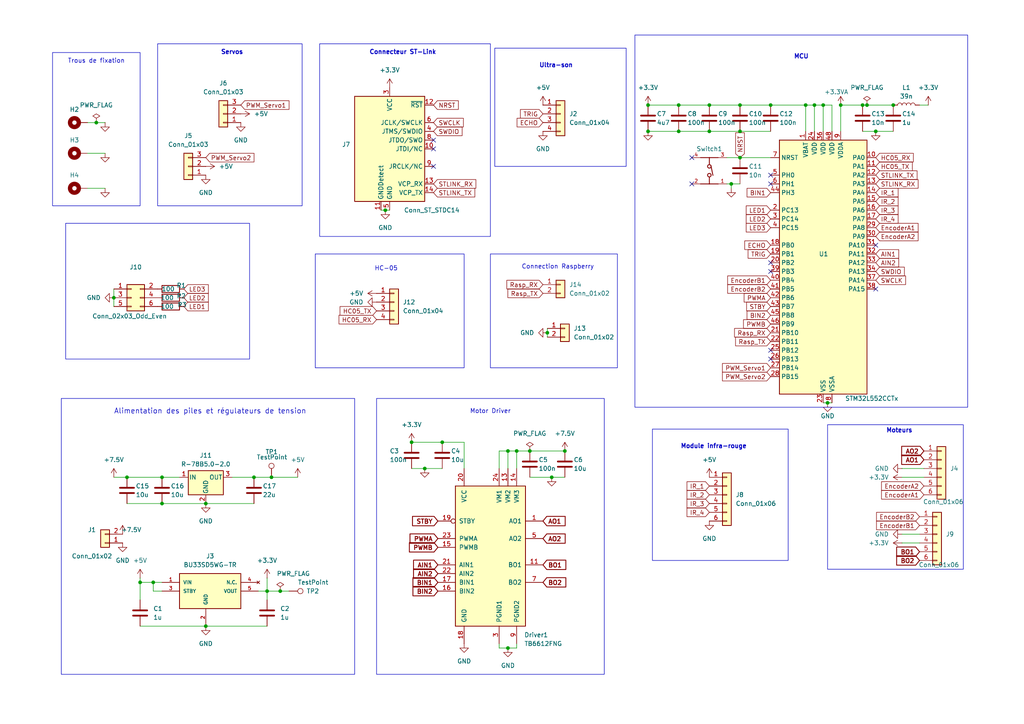
<source format=kicad_sch>
(kicad_sch (version 20250114) (generator "eeschema") (generator_version "9.0")
  (paper "A4")
  (rectangle (start 184.15 10.16) (end 280.67 118.11))
  (rectangle (start 92.71 12.7) (end 142.24 68.58))
  (rectangle (start 143.51 13.97) (end 181.61 48.26))
  (rectangle (start 17.78 115.57) (end 102.87 195.58))
  (rectangle (start 91.44 73.66) (end 134.62 106.68))
  (rectangle (start 189.23 124.46) (end 228.6 162.56))
  (rectangle (start 19.05 64.77) (end 72.39 104.14))
  (rectangle (start 45.72 12.7) (end 87.63 59.69))
  (rectangle (start 15.24 15.24) (end 40.64 59.69))
  (rectangle (start 240.03 123.19) (end 279.4 165.1))
  (rectangle (start 142.24 73.66) (end 179.07 106.68))
  (rectangle (start 109.22 115.57) (end 175.26 195.58))
  (text "Module infra-rouge\n" (at 207.01 129.54 0) (effects (font (size 1.27 1.27) (thickness 0.254) (bold yes))))
  (text "Alimentation des piles et régulateurs de tension" (at 60.96 119.38 0) (effects (font (size 1.5 1.5))))
  (text "Trous de fixation\n" (at 27.94 17.78 0) (effects (font (size 1.27 1.27))))
  (text "Connection Raspberry" (at 161.798 77.47 0) (effects (font (size 1.27 1.27))))
  (text "HC-05" (at 112.014 77.978 0) (effects (font (size 1.27 1.27))))
  (text "Moteurs\n" (at 260.858 124.968 0) (effects (font (size 1.27 1.27) (thickness 0.254) (bold yes))))
  (text "Servos" (at 67.31 15.24 0) (effects (font (size 1.27 1.27) (thickness 0.254) (bold yes))))
  (text "Motor Driver\n" (at 142.24 119.38 0) (effects (font (size 1.27 1.27))))
  (text "MCU\n" (at 232.41 16.51 0) (effects (font (size 1.27 1.27) (thickness 0.254) (bold yes))))
  (text "Ultra-son" (at 161.29 19.05 0) (effects (font (size 1.27 1.27) (thickness 0.254) (bold yes))))
  (text "Connecteur ST-Link\n" (at 116.84 15.24 0) (effects (font (size 1.27 1.27) (thickness 0.254) (bold yes))))
  (junction (at 147.32 130.81))
  (junction (at 240.03 116.84))
  (junction (at 128.27 128.27))
  (junction (at 196.85 38.1))
  (junction (at 214.63 30.48))
  (junction (at 46.99 146.05))
  (junction (at 147.32 187.96))
  (junction (at 44.45 168.91))
  (junction (at 59.69 146.05))
  (junction (at 77.47 171.45))
  (junction (at 214.63 38.1))
  (junction (at 149.86 130.81))
  (junction (at 40.64 168.91))
  (junction (at 36.83 138.43))
  (junction (at 119.38 128.27))
  (junction (at 251.46 30.48))
  (junction (at 259.08 30.48))
  (junction (at 27.94 35.56))
  (junction (at 33.02 86.36))
  (junction (at 212.09 53.34))
  (junction (at 196.85 30.48))
  (junction (at 59.69 181.61))
  (junction (at 46.99 138.43))
  (junction (at 205.74 38.1))
  (junction (at 187.96 30.48))
  (junction (at 78.74 138.43))
  (junction (at 123.19 135.89))
  (junction (at 223.52 30.48))
  (junction (at 160.02 138.43))
  (junction (at 205.74 30.48))
  (junction (at 81.28 171.45))
  (junction (at 187.96 38.1))
  (junction (at 158.75 96.52))
  (junction (at 254 38.1))
  (junction (at 153.67 130.81))
  (junction (at 238.76 30.48))
  (junction (at 73.66 138.43))
  (junction (at 111.76 60.96))
  (junction (at 214.63 45.72))
  (junction (at 250.19 30.48))
  (junction (at 243.84 30.48))
  (junction (at 233.68 30.48))
  (junction (at 236.22 30.48))
  (junction (at 163.83 130.81))
  (no_connect (at 223.52 101.6))
  (no_connect (at 125.73 40.64))
  (no_connect (at 223.52 78.74))
  (no_connect (at 223.52 104.14))
  (no_connect (at 223.52 53.34))
  (no_connect (at 223.52 76.2))
  (no_connect (at 200.66 45.72))
  (no_connect (at 254 71.12))
  (no_connect (at 125.73 43.18))
  (no_connect (at 125.73 48.26))
  (no_connect (at 200.66 53.34))
  (no_connect (at 254 83.82))
  (no_connect (at 223.52 50.8))
  (wire (pts (xy 212.09 54.61) (xy 212.09 53.34)))
  (wire (pts (xy 81.28 171.45) (xy 77.47 171.45)))
  (wire (pts (xy 44.45 168.91) (xy 46.99 168.91)))
  (wire (pts (xy 238.76 30.48) (xy 238.76 38.1)))
  (wire (pts (xy 214.63 30.48) (xy 223.52 30.48)))
  (wire (pts (xy 144.78 130.81) (xy 147.32 130.81)))
  (wire (pts (xy 44.45 171.45) (xy 46.99 171.45)))
  (wire (pts (xy 233.68 30.48) (xy 233.68 38.1)))
  (wire (pts (xy 110.49 60.96) (xy 111.76 60.96)))
  (wire (pts (xy 44.45 168.91) (xy 44.45 171.45)))
  (wire (pts (xy 238.76 116.84) (xy 240.03 116.84)))
  (wire (pts (xy 250.19 30.48) (xy 251.46 30.48)))
  (wire (pts (xy 251.46 30.48) (xy 259.08 30.48)))
  (wire (pts (xy 40.64 167.64) (xy 40.64 168.91)))
  (wire (pts (xy 147.32 130.81) (xy 149.86 130.81)))
  (wire (pts (xy 214.63 38.1) (xy 223.52 38.1)))
  (wire (pts (xy 153.67 138.43) (xy 160.02 138.43)))
  (wire (pts (xy 196.85 38.1) (xy 205.74 38.1)))
  (wire (pts (xy 40.64 181.61) (xy 59.69 181.61)))
  (wire (pts (xy 266.7 30.48) (xy 269.24 30.48)))
  (wire (pts (xy 67.31 138.43) (xy 73.66 138.43)))
  (wire (pts (xy 40.64 168.91) (xy 40.64 173.99)))
  (wire (pts (xy 243.84 30.48) (xy 243.84 38.1)))
  (wire (pts (xy 77.47 171.45) (xy 77.47 173.99)))
  (wire (pts (xy 187.96 38.1) (xy 196.85 38.1)))
  (wire (pts (xy 160.02 138.43) (xy 163.83 138.43)))
  (wire (pts (xy 149.86 130.81) (xy 149.86 135.89)))
  (wire (pts (xy 147.32 130.81) (xy 147.32 135.89)))
  (wire (pts (xy 214.63 53.34) (xy 212.09 53.34)))
  (wire (pts (xy 144.78 130.81) (xy 144.78 135.89)))
  (wire (pts (xy 149.86 130.81) (xy 153.67 130.81)))
  (wire (pts (xy 144.78 187.96) (xy 147.32 187.96)))
  (wire (pts (xy 261.62 138.43) (xy 267.97 138.43)))
  (wire (pts (xy 261.62 154.94) (xy 266.7 154.94)))
  (wire (pts (xy 46.99 146.05) (xy 59.69 146.05)))
  (wire (pts (xy 25.4 44.45) (xy 30.48 44.45)))
  (wire (pts (xy 243.84 30.48) (xy 250.19 30.48)))
  (wire (pts (xy 77.47 167.64) (xy 77.47 171.45)))
  (wire (pts (xy 134.62 128.27) (xy 128.27 128.27)))
  (wire (pts (xy 236.22 30.48) (xy 236.22 38.1)))
  (wire (pts (xy 59.69 181.61) (xy 77.47 181.61)))
  (wire (pts (xy 153.67 130.81) (xy 163.83 130.81)))
  (wire (pts (xy 196.85 30.48) (xy 205.74 30.48)))
  (wire (pts (xy 223.52 45.72) (xy 214.63 45.72)))
  (wire (pts (xy 233.68 30.48) (xy 236.22 30.48)))
  (wire (pts (xy 134.62 128.27) (xy 134.62 135.89)))
  (wire (pts (xy 25.4 35.56) (xy 27.94 35.56)))
  (wire (pts (xy 86.36 138.43) (xy 78.74 138.43)))
  (wire (pts (xy 238.76 30.48) (xy 236.22 30.48)))
  (wire (pts (xy 123.19 135.89) (xy 128.27 135.89)))
  (wire (pts (xy 111.76 60.96) (xy 113.03 60.96)))
  (wire (pts (xy 119.38 135.89) (xy 123.19 135.89)))
  (wire (pts (xy 36.83 138.43) (xy 46.99 138.43)))
  (wire (pts (xy 241.3 30.48) (xy 241.3 38.1)))
  (wire (pts (xy 33.02 86.36) (xy 33.02 88.9)))
  (wire (pts (xy 147.32 187.96) (xy 149.86 187.96)))
  (wire (pts (xy 250.19 38.1) (xy 254 38.1)))
  (wire (pts (xy 149.86 186.69) (xy 149.86 187.96)))
  (wire (pts (xy 261.62 135.89) (xy 267.97 135.89)))
  (wire (pts (xy 40.64 168.91) (xy 44.45 168.91)))
  (wire (pts (xy 240.03 116.84) (xy 241.3 116.84)))
  (wire (pts (xy 144.78 186.69) (xy 144.78 187.96)))
  (wire (pts (xy 158.75 95.25) (xy 158.75 96.52)))
  (wire (pts (xy 205.74 30.48) (xy 214.63 30.48)))
  (wire (pts (xy 158.75 96.52) (xy 158.75 97.79)))
  (wire (pts (xy 59.69 146.05) (xy 73.66 146.05)))
  (wire (pts (xy 74.93 171.45) (xy 77.47 171.45)))
  (wire (pts (xy 33.02 138.43) (xy 36.83 138.43)))
  (wire (pts (xy 261.62 157.48) (xy 266.7 157.48)))
  (wire (pts (xy 119.38 128.27) (xy 128.27 128.27)))
  (wire (pts (xy 205.74 38.1) (xy 214.63 38.1)))
  (wire (pts (xy 223.52 30.48) (xy 233.68 30.48)))
  (wire (pts (xy 210.82 45.72) (xy 214.63 45.72)))
  (wire (pts (xy 33.02 83.82) (xy 33.02 86.36)))
  (wire (pts (xy 25.4 54.61) (xy 30.48 54.61)))
  (wire (pts (xy 238.76 30.48) (xy 241.3 30.48)))
  (wire (pts (xy 36.83 146.05) (xy 46.99 146.05)))
  (wire (pts (xy 27.94 35.56) (xy 30.48 35.56)))
  (wire (pts (xy 83.82 171.45) (xy 81.28 171.45)))
  (wire (pts (xy 46.99 138.43) (xy 52.07 138.43)))
  (wire (pts (xy 254 38.1) (xy 259.08 38.1)))
  (wire (pts (xy 212.09 53.34) (xy 210.82 53.34)))
  (wire (pts (xy 73.66 138.43) (xy 78.74 138.43)))
  (wire (pts (xy 187.96 30.48) (xy 196.85 30.48)))
  (global_label "LED2" (shape input) (at 53.34 86.36 0) (property "Intersheetrefs" "${INTERSHEET_REFS}" (effects (hide yes))))
  (global_label "PWM_Servo1" (shape input) (at 223.52 106.68 180) (property "Intersheetrefs" "${INTERSHEET_REFS}" (effects (hide yes))))
  (global_label "TRIG" (shape input) (at 157.48 33.02 180) (property "Intersheetrefs" "${INTERSHEET_REFS}" (effects (hide yes))))
  (global_label "AO1" (shape input) (at 267.97 133.35 180) (effects (font (thickness 0.254) (bold yes))) (property "Intersheetrefs" "${INTERSHEET_REFS}" (effects (hide yes))))
  (global_label "AIN2" (shape input) (at 254 76.2 0) (property "Intersheetrefs" "${INTERSHEET_REFS}" (effects (hide yes))))
  (global_label "BO1" (shape input) (at 266.7 160.02 180) (effects (font (thickness 0.254) (bold yes))) (property "Intersheetrefs" "${INTERSHEET_REFS}" (effects (hide yes))))
  (global_label "LED1" (shape input) (at 53.34 88.9 0) (property "Intersheetrefs" "${INTERSHEET_REFS}" (effects (hide yes))))
  (global_label "NRST" (shape input) (at 214.63 45.72 90) (property "Intersheetrefs" "${INTERSHEET_REFS}" (effects (hide yes))))
  (global_label "SWDIO" (shape input) (at 125.73 38.1 0) (property "Intersheetrefs" "${INTERSHEET_REFS}" (effects (hide yes))))
  (global_label "BO1" (shape input) (at 157.48 163.83 0) (effects (font (thickness 0.254) (bold yes))) (property "Intersheetrefs" "${INTERSHEET_REFS}" (effects (hide yes))))
  (global_label "EncoderB2" (shape input) (at 266.7 149.86 180) (property "Intersheetrefs" "${INTERSHEET_REFS}" (effects (hide yes))))
  (global_label "LED3" (shape input) (at 53.34 83.82 0) (property "Intersheetrefs" "${INTERSHEET_REFS}" (effects (hide yes))))
  (global_label "EncoderA1" (shape input) (at 254 66.04 0) (property "Intersheetrefs" "${INTERSHEET_REFS}" (effects (hide yes))))
  (global_label "EncoderA2" (shape input) (at 254 68.58 0) (property "Intersheetrefs" "${INTERSHEET_REFS}" (effects (hide yes))))
  (global_label "BO2" (shape input) (at 266.7 162.56 180) (effects (font (thickness 0.254) (bold yes))) (property "Intersheetrefs" "${INTERSHEET_REFS}" (effects (hide yes))))
  (global_label "LED2" (shape input) (at 223.52 63.5 180) (property "Intersheetrefs" "${INTERSHEET_REFS}" (effects (hide yes))))
  (global_label "AIN2" (shape input) (at 127 166.37 180) (effects (font (thickness 0.254) (bold yes))) (property "Intersheetrefs" "${INTERSHEET_REFS}" (effects (hide yes))))
  (global_label "Rasp_TX" (shape input) (at 157.48 85.09 180) (property "Intersheetrefs" "${INTERSHEET_REFS}" (effects (hide yes))))
  (global_label "HC05_RX" (shape input) (at 254 45.72 0) (property "Intersheetrefs" "${INTERSHEET_REFS}" (effects (hide yes))))
  (global_label "BIN2" (shape input) (at 223.52 91.44 180) (property "Intersheetrefs" "${INTERSHEET_REFS}" (effects (hide yes))))
  (global_label "EncoderB2" (shape input) (at 223.52 83.82 180) (property "Intersheetrefs" "${INTERSHEET_REFS}" (effects (hide yes))))
  (global_label "BO2" (shape input) (at 157.48 168.91 0) (effects (font (thickness 0.254) (bold yes))) (property "Intersheetrefs" "${INTERSHEET_REFS}" (effects (hide yes))))
  (global_label "Rasp_TX" (shape input) (at 223.52 99.06 180) (property "Intersheetrefs" "${INTERSHEET_REFS}" (effects (hide yes))))
  (global_label "IR_3" (shape input) (at 205.74 146.05 180) (property "Intersheetrefs" "${INTERSHEET_REFS}" (effects (hide yes))))
  (global_label "IR_4" (shape input) (at 254 63.5 0) (property "Intersheetrefs" "${INTERSHEET_REFS}" (effects (hide yes))))
  (global_label "Rasp_RX" (shape input) (at 223.52 96.52 180) (property "Intersheetrefs" "${INTERSHEET_REFS}" (effects (hide yes))))
  (global_label "PWMB" (shape input) (at 223.52 93.98 180) (property "Intersheetrefs" "${INTERSHEET_REFS}" (effects (hide yes))))
  (global_label "AIN1" (shape input) (at 254 73.66 0) (property "Intersheetrefs" "${INTERSHEET_REFS}" (effects (hide yes))))
  (global_label "HC05_RX" (shape input) (at 109.22 92.71 180) (property "Intersheetrefs" "${INTERSHEET_REFS}" (effects (hide yes))))
  (global_label "AO1" (shape input) (at 157.48 151.13 0) (effects (font (thickness 0.254) (bold yes))) (property "Intersheetrefs" "${INTERSHEET_REFS}" (effects (hide yes))))
  (global_label "STLINK_RX" (shape input) (at 254 53.34 0) (property "Intersheetrefs" "${INTERSHEET_REFS}" (effects (hide yes))))
  (global_label "IR_2" (shape input) (at 205.74 143.51 180) (property "Intersheetrefs" "${INTERSHEET_REFS}" (effects (hide yes))))
  (global_label "PWM_Servo2" (shape input) (at 223.52 109.22 180) (property "Intersheetrefs" "${INTERSHEET_REFS}" (effects (hide yes))))
  (global_label "SWDIO" (shape input) (at 254 78.74 0) (property "Intersheetrefs" "${INTERSHEET_REFS}" (effects (hide yes))))
  (global_label "LED3" (shape input) (at 223.52 66.04 180) (property "Intersheetrefs" "${INTERSHEET_REFS}" (effects (hide yes))))
  (global_label "AO2" (shape input) (at 267.97 130.81 180) (effects (font (thickness 0.254) (bold yes))) (property "Intersheetrefs" "${INTERSHEET_REFS}" (effects (hide yes))))
  (global_label "HC05_TX" (shape input) (at 254 48.26 0) (property "Intersheetrefs" "${INTERSHEET_REFS}" (effects (hide yes))))
  (global_label "PWMA" (shape input) (at 127 156.21 180) (effects (font (thickness 0.254) (bold yes))) (property "Intersheetrefs" "${INTERSHEET_REFS}" (effects (hide yes))))
  (global_label "EncoderB1" (shape input) (at 223.52 81.28 180) (property "Intersheetrefs" "${INTERSHEET_REFS}" (effects (hide yes))))
  (global_label "NRST" (shape input) (at 125.73 30.48 0) (effects (font (thickness 0.1588))) (property "Intersheetrefs" "${INTERSHEET_REFS}" (effects (hide yes))))
  (global_label "EncoderA2" (shape input) (at 267.97 140.97 180) (property "Intersheetrefs" "${INTERSHEET_REFS}" (effects (hide yes))))
  (global_label "EncoderB1" (shape input) (at 266.7 152.4 180) (property "Intersheetrefs" "${INTERSHEET_REFS}" (effects (hide yes))))
  (global_label "SWCLK" (shape input) (at 125.73 35.56 0) (property "Intersheetrefs" "${INTERSHEET_REFS}" (effects (hide yes))))
  (global_label "PWMA" (shape input) (at 223.52 86.36 180) (property "Intersheetrefs" "${INTERSHEET_REFS}" (effects (hide yes))))
  (global_label "IR_4" (shape input) (at 205.74 148.59 180) (property "Intersheetrefs" "${INTERSHEET_REFS}" (effects (hide yes))))
  (global_label "AIN1" (shape input) (at 127 163.83 180) (effects (font (thickness 0.254) (bold yes))) (property "Intersheetrefs" "${INTERSHEET_REFS}" (effects (hide yes))))
  (global_label "IR_1" (shape input) (at 254 55.88 0) (property "Intersheetrefs" "${INTERSHEET_REFS}" (effects (hide yes))))
  (global_label "STBY" (shape input) (at 127 151.13 180) (effects (font (thickness 0.254) (bold yes))) (property "Intersheetrefs" "${INTERSHEET_REFS}" (effects (hide yes))))
  (global_label "STBY" (shape input) (at 223.52 88.9 180) (property "Intersheetrefs" "${INTERSHEET_REFS}" (effects (hide yes))))
  (global_label "LED1" (shape input) (at 223.52 60.96 180) (property "Intersheetrefs" "${INTERSHEET_REFS}" (effects (hide yes))))
  (global_label "IR_2" (shape input) (at 254 58.42 0) (property "Intersheetrefs" "${INTERSHEET_REFS}" (effects (hide yes))))
  (global_label "ECHO" (shape input) (at 157.48 35.56 180) (property "Intersheetrefs" "${INTERSHEET_REFS}" (effects (hide yes))))
  (global_label "BIN2" (shape input) (at 127 171.45 180) (effects (font (thickness 0.254) (bold yes))) (property "Intersheetrefs" "${INTERSHEET_REFS}" (effects (hide yes))))
  (global_label "PWM_Servo2" (shape input) (at 59.69 45.72 0) (property "Intersheetrefs" "${INTERSHEET_REFS}" (effects (hide yes))))
  (global_label "ECHO" (shape input) (at 223.52 71.12 180) (property "Intersheetrefs" "${INTERSHEET_REFS}" (effects (hide yes))))
  (global_label "BIN1" (shape input) (at 127 168.91 180) (effects (font (thickness 0.254) (bold yes))) (property "Intersheetrefs" "${INTERSHEET_REFS}" (effects (hide yes))))
  (global_label "SWCLK" (shape input) (at 254 81.28 0) (property "Intersheetrefs" "${INTERSHEET_REFS}" (effects (hide yes))))
  (global_label "PWMB" (shape input) (at 127 158.75 180) (effects (font (thickness 0.254) (bold yes))) (property "Intersheetrefs" "${INTERSHEET_REFS}" (effects (hide yes))))
  (global_label "AO2" (shape input) (at 157.48 156.21 0) (effects (font (thickness 0.254) (bold yes))) (property "Intersheetrefs" "${INTERSHEET_REFS}" (effects (hide yes))))
  (global_label "IR_3" (shape input) (at 254 60.96 0) (property "Intersheetrefs" "${INTERSHEET_REFS}" (effects (hide yes))))
  (global_label "PWM_Servo1" (shape input) (at 69.85 30.48 0) (property "Intersheetrefs" "${INTERSHEET_REFS}" (effects (hide yes))))
  (global_label "IR_1" (shape input) (at 205.74 140.97 180) (property "Intersheetrefs" "${INTERSHEET_REFS}" (effects (hide yes))))
  (global_label "BIN1" (shape input) (at 223.52 55.88 180) (property "Intersheetrefs" "${INTERSHEET_REFS}" (effects (hide yes))))
  (global_label "HC05_TX" (shape input) (at 109.22 90.17 180) (property "Intersheetrefs" "${INTERSHEET_REFS}" (effects (hide yes))))
  (global_label "TRIG" (shape input) (at 223.52 73.66 180) (property "Intersheetrefs" "${INTERSHEET_REFS}" (effects (hide yes))))
  (global_label "Rasp_RX" (shape input) (at 157.48 82.55 180) (property "Intersheetrefs" "${INTERSHEET_REFS}" (effects (hide yes))))
  (global_label "EncoderA1" (shape input) (at 267.97 143.51 180) (property "Intersheetrefs" "${INTERSHEET_REFS}" (effects (hide yes))))
  (global_label "STLINK_RX" (shape input) (at 125.73 53.34 0) (property "Intersheetrefs" "${INTERSHEET_REFS}" (effects (hide yes))))
  (global_label "STLINK_TX" (shape input) (at 125.73 55.88 0) (property "Intersheetrefs" "${INTERSHEET_REFS}" (effects (hide yes))))
  (global_label "STLINK_TX" (shape input) (at 254 50.8 0) (property "Intersheetrefs" "${INTERSHEET_REFS}" (effects (hide yes))))
  (symbol (lib_id "power:GND") (at 35.56 157.48 0) (unit 1)
    (property "Reference" "#PWR07" (effects (hide yes)))
    (property "Value" "GND" (at 35.56 162.56 0))
    (property "Description" "Power symbol creates a global label with name \"GND\" , ground" (effects (hide yes)))
  )
  (symbol (lib_id "Device:L") (at 262.89 30.48 90) (unit 1)
    (property "Reference" "L1" (at 262.89 25.4 90))
    (property "Value" "39n" (at 262.89 27.94 90))
    (property "Footprint" "Inductor_SMD:L_0603_1608Metric" (effects (hide yes)))
    (property "Description" "Inductor" (effects (hide yes)))
  )
  (symbol (lib_id "power:GND") (at 205.74 151.13 0) (unit 1)
    (property "Reference" "#PWR029" (effects (hide yes)))
    (property "Value" "GND" (at 205.74 156.21 0))
    (property "Description" "Power symbol creates a global label with name \"GND\" , ground" (effects (hide yes)))
  )
  (symbol (lib_id "Device:C") (at 153.67 134.62 0) (unit 1)
    (property "Reference" "C5" (at 156.21 133.35 0) (effects (justify left)))
    (property "Value" "100n" (at 156.21 135.89 0) (effects (justify left)))
    (property "Footprint" "Capacitor_SMD:C_0402_1005Metric" (effects (hide yes)))
    (property "Description" "Unpolarized capacitor" (effects (hide yes)))
  )
  (symbol (lib_name "MountingHole_Pad_2") (lib_id "Mechanical:MountingHole_Pad") (at 22.86 54.61 90) (unit 1) (exclude_from_sim yes) (in_bom no)
    (property "Reference" "H4" (at 21.59 50.8 90))
    (property "Value" "MountingHole_Pad" (effects (hide yes)))
    (property "Footprint" "MountingHole:MountingHole_2.7mm_M2.5_Pad" (effects (hide yes)))
    (property "Description" "Mounting Hole with connection" (effects (hide yes)))
  )
  (symbol (lib_id "Connector_Generic:Conn_01x06") (at 210.82 143.51 0) (unit 1)
    (property "Reference" "J8" (at 213.36 143.5099 0) (effects (justify left)))
    (property "Value" "Conn_01x06" (at 213.36 146.0499 0) (effects (justify left)))
    (property "Footprint" "Connector_JST:JST_XH_S6B-XH-A-1_1x06_P2.50mm_Horizontal" (effects (hide yes)))
    (property "Description" "Generic connector, single row, 01x06, script generated (kicad-library-utils/schlib/autogen/connector/)" (effects (hide yes)))
  )
  (symbol (lib_id "Device:C") (at 205.74 34.29 0) (unit 1)
    (property "Reference" "C9" (at 208.28 33.02 0) (effects (justify left)))
    (property "Value" "100n" (at 208.28 35.56 0) (effects (justify left)))
    (property "Footprint" "Capacitor_SMD:C_0402_1005Metric" (effects (hide yes)))
    (property "Description" "Unpolarized capacitor" (effects (hide yes)))
  )
  (symbol (lib_id "Device:C") (at 119.38 132.08 0) (unit 1)
    (property "Reference" "C3" (at 113.03 130.81 0) (effects (justify left)))
    (property "Value" "100n" (at 113.03 133.35 0) (effects (justify left)))
    (property "Footprint" "Capacitor_SMD:C_0402_1005Metric" (effects (hide yes)))
    (property "Description" "Unpolarized capacitor" (effects (hide yes)))
  )
  (symbol (lib_id "Device:C") (at 46.99 142.24 0) (unit 1)
    (property "Reference" "C16" (at 49.53 140.97 0) (effects (justify left)))
    (property "Value" "10u" (at 49.53 143.51 0) (effects (justify left)))
    (property "Footprint" "Capacitor_SMD:C_0603_1608Metric" (effects (hide yes)))
    (property "Description" "Unpolarized capacitor" (effects (hide yes)))
  )
  (symbol (lib_id "power:+7.5V") (at 35.56 154.94 0) (unit 1)
    (property "Reference" "#PWR06" (effects (hide yes)))
    (property "Value" "+7.5V" (at 38.1 153.67 0))
    (property "Description" "Power symbol creates a global label with name \"+7.5V\"" (effects (hide yes)))
  )
  (symbol (lib_id "Device:C") (at 36.83 142.24 0) (unit 1)
    (property "Reference" "C15" (at 39.37 140.97 0) (effects (justify left)))
    (property "Value" "10u" (at 39.37 143.51 0) (effects (justify left)))
    (property "Footprint" "Capacitor_SMD:C_0603_1608Metric" (effects (hide yes)))
    (property "Description" "Unpolarized capacitor" (effects (hide yes)))
  )
  (symbol (lib_id "Connector:Conn_ST_STDC14") (at 113.03 43.18 0) (unit 1)
    (property "Reference" "J7" (at 101.6 41.9099 0) (effects (justify right)))
    (property "Value" "Conn_ST_STDC14" (at 133.35 60.96 0) (effects (justify right)))
    (property "Footprint" "Connector_PinHeader_1.27mm:PinHeader_2x07_P1.27mm_Vertical_SMD" (effects (hide yes)))
    (property "Datasheet" "https://www.st.com/content/ccc/resource/technical/document/user_manual/group1/99/49/91/b6/b2/3a/46/e5/DM00526767/files/DM00526767.pdf/jcr:content/translations/en.DM00526767.pdf" (effects (hide yes)))
    (property "Description" "ST Debug Connector, standard ARM Cortex-M SWD and JTAG interface plus UART" (effects (hide yes)))
  )
  (symbol (lib_id "power:+7.5V") (at 163.83 130.81 0) (unit 1)
    (property "Reference" "#PWR025" (effects (hide yes)))
    (property "Value" "+7.5V" (at 163.83 125.73 0))
    (property "Description" "Power symbol creates a global label with name \"+7.5V\"" (effects (hide yes)))
  )
  (symbol (lib_id "Device:C") (at 73.66 142.24 0) (unit 1)
    (property "Reference" "C17" (at 76.2 140.97 0) (effects (justify left)))
    (property "Value" "22u" (at 76.2 143.51 0) (effects (justify left)))
    (property "Footprint" "Capacitor_SMD:C_0805_2012Metric" (effects (hide yes)))
    (property "Description" "Unpolarized capacitor" (effects (hide yes)))
  )
  (symbol (lib_id "power:PWR_FLAG") (at 153.67 130.81 0) (unit 1)
    (property "Reference" "#FLG03" (effects (hide yes)))
    (property "Value" "PWR_FLAG" (at 153.67 125.73 0))
    (property "Description" "Special symbol for telling ERC where power comes from" (effects (hide yes)))
  )
  (symbol (lib_name "MountingHole_Pad_2") (lib_id "Mechanical:MountingHole_Pad") (at 22.86 44.45 90) (unit 1) (exclude_from_sim yes) (in_bom no)
    (property "Reference" "H3" (at 21.59 40.64 90))
    (property "Value" "MountingHole_Pad" (effects (hide yes)))
    (property "Footprint" "MountingHole:MountingHole_2.7mm_M2.5_Pad" (effects (hide yes)))
    (property "Description" "Mounting Hole with connection" (effects (hide yes)))
  )
  (symbol (lib_id "power:PWR_FLAG") (at 81.28 171.45 0) (unit 1)
    (property "Reference" "#FLG02" (effects (hide yes)))
    (property "Value" "PWR_FLAG" (at 85.09 166.37 0))
    (property "Description" "Special symbol for telling ERC where power comes from" (effects (hide yes)))
  )
  (symbol (lib_id "Device:C") (at 250.19 34.29 0) (unit 1)
    (property "Reference" "C13" (at 252.73 33.02 0) (effects (justify left)))
    (property "Value" "10n" (at 252.73 35.56 0) (effects (justify left)))
    (property "Footprint" "Capacitor_SMD:C_0402_1005Metric" (effects (hide yes)))
    (property "Description" "Unpolarized capacitor" (effects (hide yes)))
  )
  (symbol (lib_id "power:+5V") (at 40.64 167.64 0) (unit 1)
    (property "Reference" "#PWR08" (effects (hide yes)))
    (property "Value" "+5V" (at 40.64 162.56 0))
    (property "Description" "Power symbol creates a global label with name \"+5V\"" (effects (hide yes)))
  )
  (symbol (lib_id "boutonSMD_wurth430471025826:430471025826") (at 205.74 48.26 180) (unit 1)
    (property "Reference" "Switch1" (at 205.74 43.18 0))
    (property "Value" "430471025826" (effects (hide yes)))
    (property "Footprint" "bouton_Wurth_SMD:430471025826" (effects (hide yes)))
    (property "MF" "Würth Elektronik" (effects (hide yes)))
    (property "Description_1" "\n                        \n                            Tactile Switch SPST-NO Top Actuated Surface Mount\n                        \n" (effects (hide yes)))
    (property "Package" "None" (effects (hide yes)))
    (property "Price" "None" (effects (hide yes)))
    (property "VALUE" "430471025826" (effects (hide yes)))
    (property "HEIGHT" "2.5mm" (effects (hide yes)))
    (property "SnapEDA_Link" "https://www.snapeda.com/parts/430471025826/W%25C3%25BCrth+Elektronik+Midcom/view-part/?ref=snap" (effects (hide yes)))
    (property "DATASHEET-URL" "https://www.we-online.com/redexpert/spec/430471025826?ae" (effects (hide yes)))
    (property "MP" "430471025826" (effects (hide yes)))
    (property "PART-NUMBER" "430471025826" (effects (hide yes)))
    (property "OPERATION-FORCE" "260g" (effects (hide yes)))
    (property "QTY" "2000" (effects (hide yes)))
    (property "Availability" "In Stock" (effects (hide yes)))
    (property "Check_prices" "https://www.snapeda.com/parts/430471025826/W%25C3%25BCrth+Elektronik+Midcom/view-part/?ref=eda" (effects (hide yes)))
  )
  (symbol (lib_id "Device:R") (at 49.53 86.36 90) (unit 1)
    (property "Reference" "R2" (at 52.578 85.852 90))
    (property "Value" "100" (at 48.514 86.36 90))
    (property "Footprint" "Resistor_SMD:R_0603_1608Metric" (effects (hide yes)))
    (property "Description" "Resistor" (effects (hide yes)))
  )
  (symbol (lib_id "Connector_Generic:Conn_01x06") (at 271.78 154.94 0) (unit 1)
    (property "Reference" "J9" (at 274.32 154.9399 0) (effects (justify left)))
    (property "Value" "Conn_01x06" (at 266.446 163.83 0) (effects (justify left)))
    (property "Footprint" "Connector_JST:JST_XH_B6B-XH-A_1x06_P2.50mm_Vertical" (effects (hide yes)))
    (property "Description" "Generic connector, single row, 01x06, script generated (kicad-library-utils/schlib/autogen/connector/)" (effects (hide yes)))
  )
  (symbol (lib_id "Connector:TestPoint") (at 78.74 138.43 0) (unit 1)
    (property "Reference" "TP1" (at 76.962 131.064 0) (effects (justify left)))
    (property "Value" "TestPoint" (at 74.422 132.588 0) (effects (justify left)))
    (property "Footprint" "TestPoint:TestPoint_Pad_D2.0mm" (effects (hide yes)))
    (property "Description" "test point" (effects (hide yes)))
  )
  (symbol (lib_id "power:GND") (at 158.75 96.52 270) (unit 1)
    (property "Reference" "#PWR048" (effects (hide yes)))
    (property "Value" "GND" (at 154.94 96.5199 90) (effects (justify right)))
    (property "Description" "Power symbol creates a global label with name \"GND\" , ground" (effects (hide yes)))
  )
  (symbol (lib_id "power:GND") (at 261.62 154.94 270) (unit 1)
    (property "Reference" "#PWR015" (effects (hide yes)))
    (property "Value" "GND" (at 257.81 154.9399 90) (effects (justify right)))
    (property "Description" "Power symbol creates a global label with name \"GND\" , ground" (effects (hide yes)))
  )
  (symbol (lib_id "Device:R") (at 49.53 83.82 90) (unit 1)
    (property "Reference" "R1" (at 52.578 82.804 90))
    (property "Value" "100" (at 48.768 83.82 90))
    (property "Footprint" "Resistor_SMD:R_0603_1608Metric" (effects (hide yes)))
    (property "Description" "Resistor" (effects (hide yes)))
  )
  (symbol (lib_id "power:GND") (at 254 38.1 0) (unit 1)
    (property "Reference" "#PWR033" (effects (hide yes)))
    (property "Value" "GND" (effects (hide yes)))
    (property "Description" "Power symbol creates a global label with name \"GND\" , ground" (effects (hide yes)))
  )
  (symbol (lib_id "power:+5V") (at 157.48 30.48 0) (unit 1)
    (property "Reference" "#PWR04" (effects (hide yes)))
    (property "Value" "+5V" (at 157.48 25.4 0))
    (property "Description" "Power symbol creates a global label with name \"+5V\"" (effects (hide yes)))
  )
  (symbol (lib_id "Connector:TestPoint") (at 83.82 171.45 270) (unit 1)
    (property "Reference" "TP2" (at 88.9 171.45 90) (effects (justify left)))
    (property "Value" "TestPoint" (at 86.36 168.91 90) (effects (justify left)))
    (property "Footprint" "TestPoint:TestPoint_Pad_D2.0mm" (effects (hide yes)))
    (property "Description" "test point" (effects (hide yes)))
  )
  (symbol (lib_id "power:GND") (at 187.96 38.1 0) (unit 1)
    (property "Reference" "#PWR027" (effects (hide yes)))
    (property "Value" "GND" (effects (hide yes)))
    (property "Description" "Power symbol creates a global label with name \"GND\" , ground" (effects (hide yes)))
  )
  (symbol (lib_id "Connector_Generic:Conn_01x04") (at 162.56 33.02 0) (unit 1)
    (property "Reference" "J2" (at 165.1 33.0199 0) (effects (justify left)))
    (property "Value" "Conn_01x04" (at 165.1 35.5599 0) (effects (justify left)))
    (property "Footprint" "Connector_JST:JST_PH_B4B-PH-K_1x04_P2.00mm_Vertical" (effects (hide yes)))
    (property "Description" "Generic connector, single row, 01x04, script generated (kicad-library-utils/schlib/autogen/connector/)" (effects (hide yes)))
  )
  (symbol (lib_id "power:GND") (at 30.48 35.56 0) (unit 1)
    (property "Reference" "#PWR02" (effects (hide yes)))
    (property "Value" "GND" (effects (hide yes)))
    (property "Description" "Power symbol creates a global label with name \"GND\" , ground" (effects (hide yes)))
  )
  (symbol (lib_id "Device:C") (at 128.27 132.08 0) (unit 1)
    (property "Reference" "C4" (at 130.81 130.81 0) (effects (justify left)))
    (property "Value" "10u" (at 130.81 133.35 0) (effects (justify left)))
    (property "Footprint" "Capacitor_SMD:C_0603_1608Metric" (effects (hide yes)))
    (property "Description" "Unpolarized capacitor" (effects (hide yes)))
  )
  (symbol (lib_id "Connector_Generic:Conn_01x03") (at 54.61 48.26 180) (unit 1)
    (property "Reference" "J5" (at 54.61 39.37 0))
    (property "Value" "Conn_01x03" (at 54.61 41.91 0))
    (property "Footprint" "Connector_JST:JST_XH_B3B-XH-A_1x03_P2.50mm_Vertical" (effects (hide yes)))
    (property "Description" "Generic connector, single row, 01x03, script generated (kicad-library-utils/schlib/autogen/connector/)" (effects (hide yes)))
  )
  (symbol (lib_id "Driver_Motor:TB6612FNG") (at 142.24 161.29 0) (unit 1)
    (property "Reference" "Driver1" (at 152.0541 184.15 0) (effects (justify left)))
    (property "Value" "TB6612FNG" (at 152.0541 186.69 0) (effects (justify left)))
    (property "Footprint" "Package_SO:SSOP-24_5.3x8.2mm_P0.65mm" (effects (hide yes)))
    (property "Datasheet" "https://toshiba.semicon-storage.com/us/product/linear/motordriver/detail.TB6612FNG.html" (effects (hide yes)))
    (property "Description" "Driver IC for Dual DC motor, SSOP-24" (effects (hide yes)))
  )
  (symbol (lib_id "power:PWR_FLAG") (at 251.46 30.48 0) (unit 1)
    (property "Reference" "#FLG04" (effects (hide yes)))
    (property "Value" "PWR_FLAG" (at 251.46 25.4 0))
    (property "Description" "Special symbol for telling ERC where power comes from" (effects (hide yes)))
  )
  (symbol (lib_id "power:GND") (at 123.19 135.89 0) (unit 1)
    (property "Reference" "#PWR019" (effects (hide yes)))
    (property "Value" "GND" (effects (hide yes)))
    (property "Description" "Power symbol creates a global label with name \"GND\" , ground" (effects (hide yes)))
  )
  (symbol (lib_id "power:+5V") (at 59.69 48.26 270) (unit 1)
    (property "Reference" "#PWR013" (effects (hide yes)))
    (property "Value" "+5V" (at 63.5 48.2599 90) (effects (justify left)))
    (property "Description" "Power symbol creates a global label with name \"+5V\"" (effects (hide yes)))
  )
  (symbol (lib_id "Device:C") (at 214.63 34.29 0) (unit 1)
    (property "Reference" "C10" (at 217.17 33.02 0) (effects (justify left)))
    (property "Value" "100n" (at 217.17 35.56 0) (effects (justify left)))
    (property "Footprint" "Capacitor_SMD:C_0402_1005Metric" (effects (hide yes)))
    (property "Description" "Unpolarized capacitor" (effects (hide yes)))
  )
  (symbol (lib_id "power:+3.3VA") (at 243.84 30.48 0) (unit 1)
    (property "Reference" "#PWR032" (effects (hide yes)))
    (property "Value" "+3.3VA" (at 242.57 26.67 0))
    (property "Description" "Power symbol creates a global label with name \"+3.3VA\"" (effects (hide yes)))
  )
  (symbol (lib_id "power:PWR_FLAG") (at 27.94 35.56 0) (unit 1)
    (property "Reference" "#FLG05" (effects (hide yes)))
    (property "Value" "PWR_FLAG" (at 27.94 30.48 0))
    (property "Description" "Special symbol for telling ERC where power comes from" (effects (hide yes)))
  )
  (symbol (lib_id "Connector_Generic:Conn_02x03_Odd_Even") (at 38.1 86.36 0) (unit 1)
    (property "Reference" "J10" (at 39.37 77.47 0))
    (property "Value" "Conn_02x03_Odd_Even" (at 37.592 91.694 0))
    (property "Footprint" "Connector_PinSocket_2.54mm:PinSocket_2x03_P2.54mm_Vertical" (effects (hide yes)))
    (property "Description" "Generic connector, double row, 02x03, odd/even pin numbering scheme (row 1 odd numbers, row 2 even numbers), script generated (kicad-library-utils/schlib/autogen/connector/)" (effects (hide yes)))
  )
  (symbol (lib_id "power:GND") (at 69.85 35.56 0) (unit 1)
    (property "Reference" "#PWR017" (effects (hide yes)))
    (property "Value" "GND" (at 69.85 40.64 0))
    (property "Description" "Power symbol creates a global label with name \"GND\" , ground" (effects (hide yes)))
  )
  (symbol (lib_id "power:+3.3V") (at 261.62 157.48 90) (unit 1)
    (property "Reference" "#PWR011" (effects (hide yes)))
    (property "Value" "+3.3V" (at 257.81 157.4799 90) (effects (justify left)))
    (property "Description" "Power symbol creates a global label with name \"+3.3V\"" (effects (hide yes)))
  )
  (symbol (lib_name "GND_3") (lib_id "power:GND") (at 59.69 146.05 0) (unit 1)
    (property "Reference" "#PWR039" (effects (hide yes)))
    (property "Value" "GND" (at 59.69 151.13 0))
    (property "Description" "Power symbol creates a global label with name \"GND\" , ground" (effects (hide yes)))
  )
  (symbol (lib_id "power:+3.3V") (at 119.38 128.27 0) (unit 1)
    (property "Reference" "#PWR018" (effects (hide yes)))
    (property "Value" "+3.3V" (at 119.38 123.19 0))
    (property "Description" "Power symbol creates a global label with name \"+3.3V\"" (effects (hide yes)))
  )
  (symbol (lib_id "Regulator_Switching:R-78B5.0-2.0") (at 59.69 138.43 0) (unit 1)
    (property "Reference" "J11" (at 59.69 132.08 0))
    (property "Value" "R-78B5.0-2.0" (at 59.69 134.62 0))
    (property "Footprint" "Converter_DCDC:Converter_DCDC_RECOM_R-78B-2.0_THT" (effects (hide yes)))
    (property "Datasheet" "https://www.recom-power.com/pdf/Innoline/R-78Bxx-2.0.pdf" (effects (hide yes)))
    (property "Description" "2A Step-Down DC/DC-Regulator, 6.5-32V input, 5.0V fixed Output Voltage, LM78xx replacement, -40°C to +85°C, SIP3" (effects (hide yes)))
  )
  (symbol (lib_id "power:GND") (at 261.62 135.89 270) (unit 1)
    (property "Reference" "#PWR042" (effects (hide yes)))
    (property "Value" "GND" (at 257.81 135.8899 90) (effects (justify right)))
    (property "Description" "Power symbol creates a global label with name \"GND\" , ground" (effects (hide yes)))
  )
  (symbol (lib_id "power:+5V") (at 109.22 85.09 90) (unit 1)
    (property "Reference" "#PWR046" (effects (hide yes)))
    (property "Value" "+5V" (at 105.41 85.0899 90) (effects (justify left)))
    (property "Description" "Power symbol creates a global label with name \"+5V\"" (effects (hide yes)))
  )
  (symbol (lib_id "Device:C") (at 77.47 177.8 0) (unit 1)
    (property "Reference" "C2" (at 81.28 176.5299 0) (effects (justify left)))
    (property "Value" "1u" (at 81.28 179.0699 0) (effects (justify left)))
    (property "Footprint" "Capacitor_SMD:C_0603_1608Metric_Pad1.08x0.95mm_HandSolder" (effects (hide yes)))
    (property "Description" "Unpolarized capacitor" (effects (hide yes)))
  )
  (symbol (lib_id "power:GND") (at 59.69 181.61 0) (unit 1)
    (property "Reference" "#PWR09" (effects (hide yes)))
    (property "Value" "GND" (at 59.69 186.69 0))
    (property "Description" "Power symbol creates a global label with name \"GND\" , ground" (effects (hide yes)))
  )
  (symbol (lib_id "Device:C") (at 196.85 34.29 0) (unit 1)
    (property "Reference" "C8" (at 199.39 33.02 0) (effects (justify left)))
    (property "Value" "100n" (at 199.39 35.56 0) (effects (justify left)))
    (property "Footprint" "Capacitor_SMD:C_0402_1005Metric" (effects (hide yes)))
    (property "Description" "Unpolarized capacitor" (effects (hide yes)))
  )
  (symbol (lib_id "Connector_Generic:Conn_01x04") (at 114.3 87.63 0) (unit 1)
    (property "Reference" "J12" (at 116.84 87.6299 0) (effects (justify left)))
    (property "Value" "Conn_01x04" (at 116.84 90.1699 0) (effects (justify left)))
    (property "Footprint" "Connector_PinHeader_2.54mm:PinHeader_1x04_P2.54mm_Vertical" (effects (hide yes)))
    (property "Description" "Generic connector, single row, 01x04, script generated (kicad-library-utils/schlib/autogen/connector/)" (effects (hide yes)))
  )
  (symbol (lib_id "Connector_Generic:Conn_01x06") (at 273.05 135.89 0) (unit 1)
    (property "Reference" "J4" (at 275.59 135.8899 0) (effects (justify left)))
    (property "Value" "Conn_01x06" (at 267.716 145.542 0) (effects (justify left)))
    (property "Footprint" "Connector_JST:JST_XH_B6B-XH-A_1x06_P2.50mm_Vertical" (effects (hide yes)))
    (property "Description" "Generic connector, single row, 01x06, script generated (kicad-library-utils/schlib/autogen/connector/)" (effects (hide yes)))
  )
  (symbol (lib_id "power:GND") (at 157.48 38.1 0) (unit 1)
    (property "Reference" "#PWR05" (effects (hide yes)))
    (property "Value" "GND" (at 157.48 43.18 0))
    (property "Description" "Power symbol creates a global label with name \"GND\" , ground" (effects (hide yes)))
  )
  (symbol (lib_id "power:+5V") (at 69.85 33.02 270) (unit 1)
    (property "Reference" "#PWR016" (effects (hide yes)))
    (property "Value" "+5V" (at 73.66 33.0199 90) (effects (justify left)))
    (property "Description" "Power symbol creates a global label with name \"+5V\"" (effects (hide yes)))
  )
  (symbol (lib_id "power:GND") (at 147.32 187.96 0) (unit 1)
    (property "Reference" "#PWR023" (effects (hide yes)))
    (property "Value" "GND" (at 147.32 193.04 0))
    (property "Description" "Power symbol creates a global label with name \"GND\" , ground" (effects (hide yes)))
  )
  (symbol (lib_id "power:+7.5V") (at 33.02 138.43 0) (unit 1)
    (property "Reference" "#PWR037" (effects (hide yes)))
    (property "Value" "+7.5V" (at 33.02 133.35 0))
    (property "Description" "Power symbol creates a global label with name \"+7.5V\"" (effects (hide yes)))
  )
  (symbol (lib_id "Device:C") (at 40.64 177.8 0) (unit 1)
    (property "Reference" "C1" (at 44.45 176.5299 0) (effects (justify left)))
    (property "Value" "1u" (at 44.45 179.0699 0) (effects (justify left)))
    (property "Footprint" "Capacitor_SMD:C_0603_1608Metric_Pad1.08x0.95mm_HandSolder" (effects (hide yes)))
    (property "Description" "Unpolarized capacitor" (effects (hide yes)))
  )
  (symbol (lib_id "Device:C") (at 223.52 34.29 0) (unit 1)
    (property "Reference" "C12" (at 226.06 33.02 0) (effects (justify left)))
    (property "Value" "100n" (at 226.06 35.56 0) (effects (justify left)))
    (property "Footprint" "Capacitor_SMD:C_0402_1005Metric" (effects (hide yes)))
    (property "Description" "Unpolarized capacitor" (effects (hide yes)))
  )
  (symbol (lib_id "power:GND") (at 109.22 87.63 270) (unit 1)
    (property "Reference" "#PWR047" (effects (hide yes)))
    (property "Value" "GND" (at 105.41 87.6299 90) (effects (justify right)))
    (property "Description" "Power symbol creates a global label with name \"GND\" , ground" (effects (hide yes)))
  )
  (symbol (lib_id "Device:C") (at 214.63 49.53 0) (unit 1)
    (property "Reference" "C11" (at 217.17 48.26 0) (effects (justify left)))
    (property "Value" "10n" (at 217.17 50.8 0) (effects (justify left)))
    (property "Footprint" "Capacitor_SMD:C_0402_1005Metric" (effects (hide yes)))
    (property "Description" "Unpolarized capacitor" (effects (hide yes)))
  )
  (symbol (lib_id "power:GND") (at 111.76 60.96 0) (unit 1)
    (property "Reference" "#PWR021" (effects (hide yes)))
    (property "Value" "GND" (at 111.76 66.04 0))
    (property "Description" "Power symbol creates a global label with name \"GND\" , ground" (effects (hide yes)))
  )
  (symbol (lib_id "Device:C") (at 163.83 134.62 0) (unit 1)
    (property "Reference" "C6" (at 166.37 133.35 0) (effects (justify left)))
    (property "Value" "10u" (at 166.37 135.89 0) (effects (justify left)))
    (property "Footprint" "Capacitor_SMD:C_0603_1608Metric" (effects (hide yes)))
    (property "Description" "Unpolarized capacitor" (effects (hide yes)))
  )
  (symbol (lib_id "power:GND") (at 160.02 138.43 0) (unit 1)
    (property "Reference" "#PWR024" (effects (hide yes)))
    (property "Value" "GND" (effects (hide yes)))
    (property "Description" "Power symbol creates a global label with name \"GND\" , ground" (effects (hide yes)))
  )
  (symbol (lib_id "power:+3.3V") (at 269.24 30.48 0) (unit 1)
    (property "Reference" "#PWR034" (effects (hide yes)))
    (property "Value" "+3.3V" (at 269.24 25.4 0))
    (property "Description" "Power symbol creates a global label with name \"+3.3V\"" (effects (hide yes)))
  )
  (symbol (lib_name "MountingHole_Pad_2") (lib_id "Mechanical:MountingHole_Pad") (at 22.86 35.56 90) (unit 1) (exclude_from_sim yes) (in_bom no)
    (property "Reference" "H2" (at 21.59 31.75 90))
    (property "Value" "MountingHole_Pad" (effects (hide yes)))
    (property "Footprint" "MountingHole:MountingHole_2.7mm_M2.5_Pad" (effects (hide yes)))
    (property "Description" "Mounting Hole with connection" (effects (hide yes)))
  )
  (symbol (lib_id "power:GND") (at 59.69 50.8 0) (unit 1)
    (property "Reference" "#PWR014" (effects (hide yes)))
    (property "Value" "GND" (at 59.69 55.88 0))
    (property "Description" "Power symbol creates a global label with name \"GND\" , ground" (effects (hide yes)))
  )
  (symbol (lib_id "power:GND") (at 134.62 186.69 0) (unit 1)
    (property "Reference" "#PWR020" (effects (hide yes)))
    (property "Value" "GND" (at 134.62 191.77 0))
    (property "Description" "Power symbol creates a global label with name \"GND\" , ground" (effects (hide yes)))
  )
  (symbol (lib_id "Device:C") (at 259.08 34.29 0) (unit 1)
    (property "Reference" "C14" (at 261.62 33.02 0) (effects (justify left)))
    (property "Value" "1u" (at 261.62 35.56 0) (effects (justify left)))
    (property "Footprint" "Capacitor_SMD:C_0402_1005Metric" (effects (hide yes)))
    (property "Description" "Unpolarized capacitor" (effects (hide yes)))
  )
  (symbol (lib_id "power:GND") (at 30.48 54.61 0) (unit 1)
    (property "Reference" "#PWR035" (effects (hide yes)))
    (property "Value" "GND" (effects (hide yes)))
    (property "Description" "Power symbol creates a global label with name \"GND\" , ground" (effects (hide yes)))
  )
  (symbol (lib_id "power:+5V") (at 205.74 138.43 0) (unit 1)
    (property "Reference" "#PWR028" (effects (hide yes)))
    (property "Value" "+5V" (at 205.74 133.35 0))
    (property "Description" "Power symbol creates a global label with name \"+5V\"" (effects (hide yes)))
  )
  (symbol (lib_id "Device:C") (at 187.96 34.29 0) (unit 1)
    (property "Reference" "C7" (at 190.5 33.02 0) (effects (justify left)))
    (property "Value" "4u7" (at 190.5 35.56 0) (effects (justify left)))
    (property "Footprint" "Capacitor_SMD:C_0603_1608Metric" (effects (hide yes)))
    (property "Description" "Unpolarized capacitor" (effects (hide yes)))
  )
  (symbol (lib_id "Device:R") (at 49.53 88.9 90) (unit 1)
    (property "Reference" "R3" (at 52.832 88.392 90))
    (property "Value" "100" (at 48.514 88.9 90))
    (property "Footprint" "Resistor_SMD:R_0603_1608Metric" (effects (hide yes)))
    (property "Description" "Resistor" (effects (hide yes)))
  )
  (symbol (lib_id "power:+3.3V") (at 86.36 138.43 0) (unit 1)
    (property "Reference" "#PWR040" (effects (hide yes)))
    (property "Value" "+5V" (at 86.36 133.35 0))
    (property "Description" "Power symbol creates a global label with name \"+3.3V\"" (effects (hide yes)))
  )
  (symbol (lib_id "Connector_Generic:Conn_01x02") (at 30.48 157.48 180) (unit 1)
    (property "Reference" "J1" (at 26.67 153.67 0))
    (property "Value" "Conn_01x02" (at 26.67 161.29 0))
    (property "Footprint" "Connector_JST:JST_XH_S2B-XH-A-1_1x02_P2.50mm_Horizontal" (effects (hide yes)))
    (property "Description" "Generic connector, single row, 01x02, script generated (kicad-library-utils/schlib/autogen/connector/)" (effects (hide yes)))
  )
  (symbol (lib_id "power:GND") (at 30.48 44.45 0) (unit 1)
    (property "Reference" "#PWR03" (effects (hide yes)))
    (property "Value" "GND" (effects (hide yes)))
    (property "Description" "Power symbol creates a global label with name \"GND\" , ground" (effects (hide yes)))
  )
  (symbol (lib_id "power:+3.3V") (at 77.47 167.64 0) (unit 1)
    (property "Reference" "#PWR012" (effects (hide yes)))
    (property "Value" "+3.3V" (at 77.47 162.56 0))
    (property "Description" "Power symbol creates a global label with name \"+3.3V\"" (effects (hide yes)))
  )
  (symbol (lib_id "power:+3.3V") (at 113.03 25.4 0) (unit 1)
    (property "Reference" "#PWR022" (effects (hide yes)))
    (property "Value" "+3.3V" (at 113.03 20.32 0))
    (property "Description" "Power symbol creates a global label with name \"+3.3V\"" (effects (hide yes)))
  )
  (symbol (lib_id "power:+3.3V") (at 187.96 30.48 0) (unit 1)
    (property "Reference" "#PWR026" (effects (hide yes)))
    (property "Value" "+3.3V" (at 187.96 25.4 0))
    (property "Description" "Power symbol creates a global label with name \"+3.3V\"" (effects (hide yes)))
  )
  (symbol (lib_id "Connector_Generic:Conn_01x02") (at 163.83 95.25 0) (unit 1)
    (property "Reference" "J13" (at 166.37 95.2499 0) (effects (justify left)))
    (property "Value" "Conn_01x02" (at 166.37 97.7899 0) (effects (justify left)))
    (property "Footprint" "Connector_PinHeader_2.54mm:PinHeader_1x02_P2.54mm_Vertical" (effects (hide yes)))
    (property "Description" "Generic connector, single row, 01x02, script generated (kicad-library-utils/schlib/autogen/connector/)" (effects (hide yes)))
  )
  (symbol (lib_id "MCU_ST_STM32L5:STM32L552CCTx") (at 238.76 78.74 0) (unit 1)
    (property "Reference" "U1" (at 237.49 73.66 0) (effects (justify left)))
    (property "Value" "STM32L552CCTx" (at 245.11 115.57 0) (effects (justify left)))
    (property "Footprint" "Package_QFP:LQFP-48_7x7mm_P0.5mm" (effects (hide yes)))
    (property "Datasheet" "https://www.st.com/resource/en/datasheet/stm32l552cc.pdf" (effects (hide yes)))
    (property "Description" "STMicroelectronics Arm Cortex-M33 MCU, 256KB flash, 256KB RAM, 110 MHz, 1.71-3.6V, 38 GPIO, LQFP48" (effects (hide yes)))
  )
  (symbol (lib_id "power:GND") (at 33.02 86.36 270) (unit 1)
    (property "Reference" "#PWR036" (effects (hide yes)))
    (property "Value" "GND" (at 29.21 86.3599 90) (effects (justify right)))
    (property "Description" "Power symbol creates a global label with name \"GND\" , ground" (effects (hide yes)))
  )
  (symbol (lib_id "Connector_Generic:Conn_01x03") (at 64.77 33.02 180) (unit 1)
    (property "Reference" "J6" (at 64.77 24.13 0))
    (property "Value" "Conn_01x03" (at 64.77 26.67 0))
    (property "Footprint" "Connector_JST:JST_XH_B3B-XH-A_1x03_P2.50mm_Vertical" (effects (hide yes)))
    (property "Description" "Generic connector, single row, 01x03, script generated (kicad-library-utils/schlib/autogen/connector/)" (effects (hide yes)))
  )
  (symbol (lib_id "power:GND") (at 240.03 116.84 0) (unit 1)
    (property "Reference" "#PWR031" (effects (hide yes)))
    (property "Value" "GND" (at 240.03 120.65 0))
    (property "Description" "Power symbol creates a global label with name \"GND\" , ground" (effects (hide yes)))
  )
  (symbol (lib_id "BU33SD5WG-TR:BU33SD5WG-TR") (at 46.99 168.91 0) (unit 1)
    (property "Reference" "J3" (at 60.96 161.29 0))
    (property "Value" "BU33SD5WG-TR" (at 60.96 163.83 0))
    (property "Footprint" "BU33SD5WG-TR:SOT95P280X125-5N" (effects (hide yes)))
    (property "Manufacturer_Name" "ROHM Semiconductor" (effects (hide yes)))
    (property "MF" "Rohm" (effects (hide yes)))
    (property "Mouser_Price-Stock" "https://www.mouser.co.uk/ProductDetail/ROHM-Semiconductor/BU33SD5WG-TR?qs=%2FKR40Cd6GUrQDzRkUEt69Q%3D%3D" (effects (hide yes)))
    (property "Description_1" "\n                        \n                            Linear Voltage Regulator IC Positive Fixed 1 Output  500mA 5-SSOP\n                        \n" (effects (hide yes)))
    (property "Mouser_Part_Number" "755-BU33SD5WG-TR" (effects (hide yes)))
    (property "Price" "None" (effects (hide yes)))
    (property "Package" "SSOP-5 Rohm" (effects (hide yes)))
    (property "Check_prices" "https://www.snapeda.com/parts/BU33SD5WG-TR/Rohm/view-part/?ref=eda" (effects (hide yes)))
    (property "Height" "1.25mm" (effects (hide yes)))
    (property "MP" "BU33SD5WG-TR" (effects (hide yes)))
    (property "SnapEDA_Link" "https://www.snapeda.com/parts/BU33SD5WG-TR/Rohm/view-part/?ref=snap" (effects (hide yes)))
    (property "Availability" "In Stock" (effects (hide yes)))
    (property "Manufacturer_Part_Number" "BU33SD5WG-TR" (effects (hide yes)))
  )
  (symbol (lib_id "power:GND") (at 212.09 54.61 0) (unit 1)
    (property "Reference" "#PWR030" (effects (hide yes)))
    (property "Value" "GND" (effects (hide yes)))
    (property "Description" "Power symbol creates a global label with name \"GND\" , ground" (effects (hide yes)))
  )
  (symbol (lib_id "Connector_Generic:Conn_01x02") (at 162.56 82.55 0) (unit 1)
    (property "Reference" "J14" (at 165.1 82.5499 0) (effects (justify left)))
    (property "Value" "Conn_01x02" (at 165.1 85.0899 0) (effects (justify left)))
    (property "Footprint" "Connector_JST:JST_EH_B2B-EH-A_1x02_P2.50mm_Vertical" (effects (hide yes)))
    (property "Description" "Generic connector, single row, 01x02, script generated (kicad-library-utils/schlib/autogen/connector/)" (effects (hide yes)))
  )
  (symbol (lib_id "power:+3.3V") (at 261.62 138.43 90) (unit 1)
    (property "Reference" "#PWR010" (effects (hide yes)))
    (property "Value" "+3.3V" (at 257.81 138.4299 90) (effects (justify left)))
    (property "Description" "Power symbol creates a global label with name \"+3.3V\"" (effects (hide yes)))
  )
)
</source>
